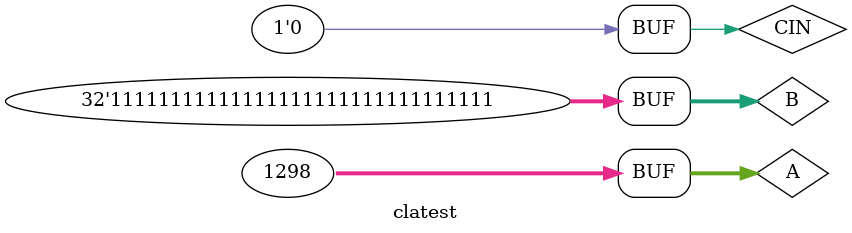
<source format=v>
`timescale 1ns / 1ps


module clatest;

	// Inputs
	reg [31:0] A;
	reg [31:0] B;
	reg CIN;

	// Outputs
	wire [31:0] S;
	wire Cout;

	// Instantiate the Unit Under Test (UUT)
	cla uut (
		.A(A), 
		.B(B), 
		.CIN(CIN), 
		.S(S), 
		.Cout(Cout)
	);

	initial begin
		// Initialize Inputs
		A = 0;
		B = 0;
		CIN = 0;

		// Wait 100 ns for global reset to finish
		#100;
        
		// Add stimulus here
		A = 1232;
		B = 1456;
		#30;
		A = 1298;
		B = 32'hffffffff;
	end
      
endmodule


</source>
